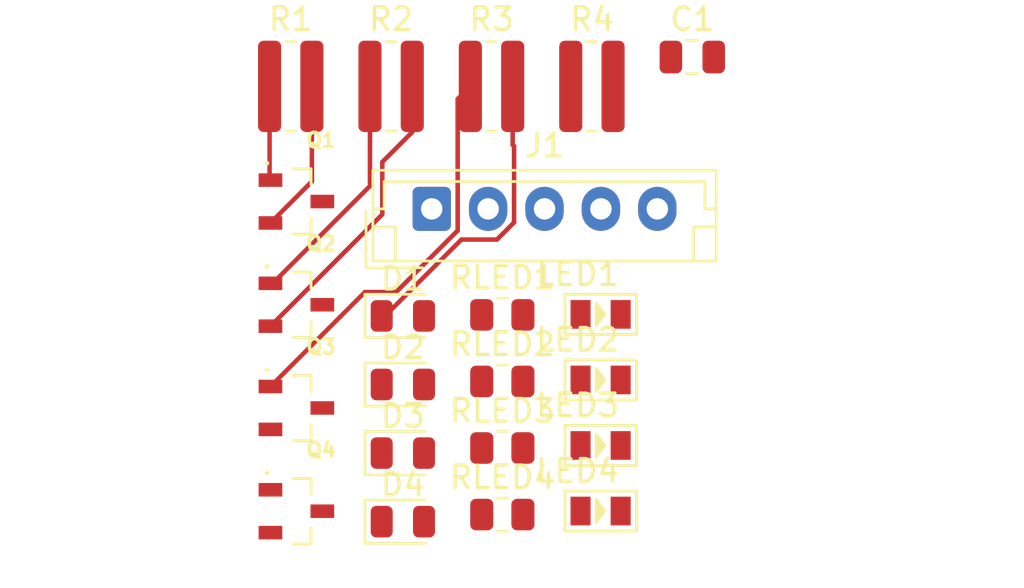
<source format=kicad_pcb>
(kicad_pcb (version 20240108) (generator "pcbnew") (generator_version "8.0")
  (layers (0 "F.Cu" signal) (31 "B.Cu" signal) (34 "B.Paste" user) (35 "F.Paste" user) (36 "B.SilkS" user "B.Silkscreen") (37 "F.SilkS" user "F.Silkscreen") (38 "B.Mask" user) (39 "F.Mask" user) (44 "Edge.Cuts" user))
  (net 0 "")
  (net 1 "Net-(D1-+)")
  (net 2 "V6")
  (net 3 "Net-(D1--)")
  (net 4 "Net-(D2--)")
  (net 5 "Net-(D3--)")
  (net 6 "Net-(D4--)")
  (net 7 "Net-(LED1--)")
  (net 8 "IN1")
  (net 9 "Net-(LED2--)")
  (net 10 "IN2")
  (net 11 "Net-(LED3--)")
  (net 12 "IN3")
  (net 13 "IN4")
  (net 14 "Net-(LED4--)")
  (footprint "Resistor_SMD:R_0815_2038Metric" (layer "F.Cu") (at 37.8514 32.6887)
    (property "Reference" "R1" (at 0 -2.98 0) (layer "F.SilkS"))
    (property "Value" "SMD-RES-4.7K-5%-1_8W_0805_")
    (fp_line (start -0.210242 -1.985) (end 0.210242 -1.985) (stroke (width 0.12)) (layer "F.SilkS"))
    (fp_line (start -0.210242 1.985) (end 0.210242 1.985) (stroke (width 0.12)) (layer "F.SilkS"))
    (pad "1" smd roundrect (at -0.9375 0) (size 1.025 4.05) (layers "F.Cu" "F.Paste" "F.Mask") (roundrect_rratio 0.243902) (net 8 "IN1"))
    (pad "2" smd roundrect (at 0.9375 0) (size 1.025 4.05) (layers "F.Cu" "F.Paste" "F.Mask") (roundrect_rratio 0.243902) (net 1 "Net-(D1-+)"))
  )
  (footprint "Library:LED-0805" (layer "F.Cu") (at 51.5874 45.7012)
    (property "Reference" "LED2" (at -1.016 -1.778 0) (layer "F.SilkS"))
    (property "Value" "SMD-LED-CLEAR-RED_0805_")
    (fp_line (start -1.5875 -0.889) (end 1.5875 -0.889) (stroke (width 0.06604)) (layer "F.SilkS"))
    (fp_line (start -1.5875 -0.889) (end 1.5875 -0.889) (stroke (width 0.127)) (layer "F.SilkS"))
    (fp_line (start -1.5875 0.889) (end -1.5875 -0.889) (stroke (width 0.06604)) (layer "F.SilkS"))
    (fp_line (start -1.5875 0.889) (end -1.5875 -0.889) (stroke (width 0.127)) (layer "F.SilkS"))
    (fp_line (start -1.5875 0.889) (end 1.5875 0.889) (stroke (width 0.06604)) (layer "F.SilkS"))
    (fp_line (start -0.1905 -0.508) (end -0.1905 -0.254) (stroke (width 0.127)) (layer "F.SilkS"))
    (fp_line (start -0.1905 -0.508) (end 0.127 0.0635) (stroke (width 0.127)) (layer "F.SilkS"))
    (fp_line (start -0.1905 -0.254) (end -0.1905 0) (stroke (width 0.127)) (layer "F.SilkS"))
    (fp_line (start -0.1905 -0.254) (end 0.0635 0.127) (stroke (width 0.127)) (layer "F.SilkS"))
    (fp_line (start -0.1905 0) (end -0.1905 0.254) (stroke (width 0.127)) (layer "F.SilkS"))
    (fp_line (start -0.1905 0) (end 0 0.254) (stroke (width 0.127)) (layer "F.SilkS"))
    (fp_line (start -0.1905 0.254) (end -0.1905 0.508) (stroke (width 0.127)) (layer "F.SilkS"))
    (fp_line (start -0.1905 0.508) (end 0 0.254) (stroke (width 0.127)) (layer "F.SilkS"))
    (fp_line (start 0 0.254) (end -0.1905 0.254) (stroke (width 0.127)) (layer "F.SilkS"))
    (fp_line (start 0 0.254) (end 0.1905 0) (stroke (width 0.127)) (layer "F.SilkS"))
    (fp_line (start 0.0635 0.127) (end -0.1905 0) (stroke (width 0.127)) (layer "F.SilkS"))
    (fp_line (start 0.127 0.0635) (end -0.1905 -0.254) (stroke (width 0.127)) (layer "F.SilkS"))
    (fp_line (start 0.1905 0) (end -0.1905 -0.508) (stroke (width 0.127)) (layer "F.SilkS"))
    (fp_line (start 1.5875 -0.889) (end 1.5875 0.889) (stroke (width 0.127)) (layer "F.SilkS"))
    (fp_line (start 1.5875 0.889) (end -1.5875 0.889) (stroke (width 0.127)) (layer "F.SilkS"))
    (fp_line (start 1.5875 0.889) (end 1.5875 -0.889) (stroke (width 0.06604)) (layer "F.SilkS"))
    (pad "1" smd rect (at -0.889 0) (size 0.889 1.27) (layers "F.Cu" "F.Paste" "F.Mask") (net 10 "IN2"))
    (pad "2" smd rect (at 0.889 0) (size 0.889 1.27) (layers "F.Cu" "F.Paste" "F.Mask") (net 9 "Net-(LED2--)"))
  )
  (footprint "Diode_SMD:D_0805_2012Metric" (layer "F.Cu") (at 42.8214 51.9837)
    (property "Reference" "D4" (at 0 -1.65 0) (layer "F.SilkS"))
    (property "Value" "SMD-DIODE-SCHOTTKY-20V-1A_SOD-123_")
    (fp_line (start -1.685 -0.96) (end -1.685 0.96) (stroke (width 0.12)) (layer "F.SilkS"))
    (fp_line (start -1.685 0.96) (end 1 0.96) (stroke (width 0.12)) (layer "F.SilkS"))
    (fp_line (start 1 -0.96) (end -1.685 -0.96) (stroke (width 0.12)) (layer "F.SilkS"))
    (pad "1" smd roundrect (at -0.9375 0) (size 0.975 1.4) (layers "F.Cu" "F.Paste" "F.Mask") (net 1 "Net-(D1-+)"))
    (pad "2" smd roundrect (at 0.9375 0) (size 0.975 1.4) (layers "F.Cu" "F.Paste" "F.Mask") (net 6 "Net-(D4--)"))
  )
  (footprint "Library:LED-0805" (layer "F.Cu") (at 51.5874 48.6062)
    (property "Reference" "LED3" (at -1.016 -1.778 0) (layer "F.SilkS"))
    (property "Value" "SMD-LED-CLEAR-RED_0805_")
    (fp_line (start -1.5875 -0.889) (end 1.5875 -0.889) (stroke (width 0.06604)) (layer "F.SilkS"))
    (fp_line (start -1.5875 -0.889) (end 1.5875 -0.889) (stroke (width 0.127)) (layer "F.SilkS"))
    (fp_line (start -1.5875 0.889) (end -1.5875 -0.889) (stroke (width 0.06604)) (layer "F.SilkS"))
    (fp_line (start -1.5875 0.889) (end -1.5875 -0.889) (stroke (width 0.127)) (layer "F.SilkS"))
    (fp_line (start -1.5875 0.889) (end 1.5875 0.889) (stroke (width 0.06604)) (layer "F.SilkS"))
    (fp_line (start -0.1905 -0.508) (end -0.1905 -0.254) (stroke (width 0.127)) (layer "F.SilkS"))
    (fp_line (start -0.1905 -0.508) (end 0.127 0.0635) (stroke (width 0.127)) (layer "F.SilkS"))
    (fp_line (start -0.1905 -0.254) (end -0.1905 0) (stroke (width 0.127)) (layer "F.SilkS"))
    (fp_line (start -0.1905 -0.254) (end 0.0635 0.127) (stroke (width 0.127)) (layer "F.SilkS"))
    (fp_line (start -0.1905 0) (end -0.1905 0.254) (stroke (width 0.127)) (layer "F.SilkS"))
    (fp_line (start -0.1905 0) (end 0 0.254) (stroke (width 0.127)) (layer "F.SilkS"))
    (fp_line (start -0.1905 0.254) (end -0.1905 0.508) (stroke (width 0.127)) (layer "F.SilkS"))
    (fp_line (start -0.1905 0.508) (end 0 0.254) (stroke (width 0.127)) (layer "F.SilkS"))
    (fp_line (start 0 0.254) (end -0.1905 0.254) (stroke (width 0.127)) (layer "F.SilkS"))
    (fp_line (start 0 0.254) (end 0.1905 0) (stroke (width 0.127)) (layer "F.SilkS"))
    (fp_line (start 0.0635 0.127) (end -0.1905 0) (stroke (width 0.127)) (layer "F.SilkS"))
    (fp_line (start 0.127 0.0635) (end -0.1905 -0.254) (stroke (width 0.127)) (layer "F.SilkS"))
    (fp_line (start 0.1905 0) (end -0.1905 -0.508) (stroke (width 0.127)) (layer "F.SilkS"))
    (fp_line (start 1.5875 -0.889) (end 1.5875 0.889) (stroke (width 0.127)) (layer "F.SilkS"))
    (fp_line (start 1.5875 0.889) (end -1.5875 0.889) (stroke (width 0.127)) (layer "F.SilkS"))
    (fp_line (start 1.5875 0.889) (end 1.5875 -0.889) (stroke (width 0.06604)) (layer "F.SilkS"))
    (pad "1" smd rect (at -0.889 0) (size 0.889 1.27) (layers "F.Cu" "F.Paste" "F.Mask") (net 12 "IN3"))
    (pad "2" smd rect (at 0.889 0) (size 0.889 1.27) (layers "F.Cu" "F.Paste" "F.Mask") (net 11 "Net-(LED3--)"))
  )
  (footprint "Library:SOT95P240X115-3N" (layer "F.Cu") (at 38.1018 37.7937)
    (property "Reference" "Q1" (at 1.097817 -2.713423 0) (layer "F.SilkS") (effects (font (size 0.640476 0.640476))))
    (property "Value" "SMD-MOSFET-N-CH-20V-2.1A-CJ2302_SOT-23_")
    (fp_line (start 0.65 -1.45) (end -0.15 -1.45) (stroke (width 0.127)) (layer "F.SilkS"))
    (fp_line (start 0.65 -1.45) (end 0.65 -0.75) (stroke (width 0.127)) (layer "F.SilkS"))
    (fp_line (start 0.65 1.45) (end -0.15 1.45) (stroke (width 0.127)) (layer "F.SilkS"))
    (fp_line (start 0.65 1.45) (end 0.65 0.75) (stroke (width 0.127)) (layer "F.SilkS"))
    (fp_circle (center -1.3 -1.7) (end -1.2 -1.7) (fill solid) (layer "F.SilkS"))
    (pad "1" smd rect (at -1.15 -0.95) (size 1.05 0.6) (layers "F.Cu" "F.Paste" "F.Mask") (net 8 "IN1"))
    (pad "2" smd rect (at -1.15 0.95) (size 1.05 0.6) (layers "F.Cu" "F.Paste" "F.Mask") (net 1 "Net-(D1-+)"))
    (pad "3" smd rect (at 1.15 0) (size 1.05 0.6) (layers "F.Cu" "F.Paste" "F.Mask") (net 3 "Net-(D1--)"))
  )
  (footprint "Resistor_SMD:R_0805_2012Metric" (layer "F.Cu") (at 47.2314 45.7687)
    (property "Reference" "RLED2" (at 0 -1.65 0) (layer "F.SilkS"))
    (property "Value" "SMD-RES-220R-5%-1_8W_0805_")
    (fp_line (start -0.227064 -0.735) (end 0.227064 -0.735) (stroke (width 0.12)) (layer "F.SilkS"))
    (fp_line (start -0.227064 0.735) (end 0.227064 0.735) (stroke (width 0.12)) (layer "F.SilkS"))
    (pad "1" smd roundrect (at -0.9125 0) (size 1.025 1.4) (layers "F.Cu" "F.Paste" "F.Mask") (roundrect_rratio 0.243902) (net 9 "Net-(LED2--)"))
    (pad "2" smd roundrect (at 0.9125 0) (size 1.025 1.4) (layers "F.Cu" "F.Paste" "F.Mask") (roundrect_rratio 0.243902) (net 1 "Net-(D1-+)"))
  )
  (footprint "Resistor_SMD:R_0815_2038Metric" (layer "F.Cu") (at 42.3014 32.6887)
    (property "Reference" "R2" (at 0 -2.98 0) (layer "F.SilkS"))
    (property "Value" "SMD-RES-4.7K-5%-1_8W_0805_")
    (fp_line (start -0.210242 -1.985) (end 0.210242 -1.985) (stroke (width 0.12)) (layer "F.SilkS"))
    (fp_line (start -0.210242 1.985) (end 0.210242 1.985) (stroke (width 0.12)) (layer "F.SilkS"))
    (pad "1" smd roundrect (at -0.9375 0) (size 1.025 4.05) (layers "F.Cu" "F.Paste" "F.Mask") (roundrect_rratio 0.243902) (net 10 "IN2"))
    (pad "2" smd roundrect (at 0.9375 0) (size 1.025 4.05) (layers "F.Cu" "F.Paste" "F.Mask") (roundrect_rratio 0.243902) (net 1 "Net-(D1-+)"))
  )
  (footprint "Library:SOT95P240X115-3N" (layer "F.Cu") (at 38.1018 46.9445)
    (property "Reference" "Q3" (at 1.097817 -2.713423 0) (layer "F.SilkS") (effects (font (size 0.640476 0.640476))))
    (property "Value" "SMD-MOSFET-N-CH-20V-2.1A-CJ2302_SOT-23_")
    (fp_line (start 0.65 -1.45) (end -0.15 -1.45) (stroke (width 0.127)) (layer "F.SilkS"))
    (fp_line (start 0.65 -1.45) (end 0.65 -0.75) (stroke (width 0.127)) (layer "F.SilkS"))
    (fp_line (start 0.65 1.45) (end -0.15 1.45) (stroke (width 0.127)) (layer "F.SilkS"))
    (fp_line (start 0.65 1.45) (end 0.65 0.75) (stroke (width 0.127)) (layer "F.SilkS"))
    (fp_circle (center -1.3 -1.7) (end -1.2 -1.7) (fill solid) (layer "F.SilkS"))
    (pad "1" smd rect (at -1.15 -0.95) (size 1.05 0.6) (layers "F.Cu" "F.Paste" "F.Mask") (net 12 "IN3"))
    (pad "2" smd rect (at -1.15 0.95) (size 1.05 0.6) (layers "F.Cu" "F.Paste" "F.Mask") (net 1 "Net-(D1-+)"))
    (pad "3" smd rect (at 1.15 0) (size 1.05 0.6) (layers "F.Cu" "F.Paste" "F.Mask") (net 5 "Net-(D3--)"))
  )
  (footprint "Connector_JST:JST_EH_B5B-EH-A_1x05_P2.50mm_Vertical" (layer "F.Cu") (at 44.1014 38.1187)
    (property "Reference" "J1" (at 5 -2.8 0) (layer "F.SilkS"))
    (property "Value" "Step Motor")
    (fp_line (start -2.91 0.11) (end -2.91 2.61) (stroke (width 0.12)) (layer "F.SilkS"))
    (fp_line (start -2.91 2.61) (end -0.41 2.61) (stroke (width 0.12)) (layer "F.SilkS"))
    (fp_line (start -2.61 -1.71) (end -2.61 2.31) (stroke (width 0.12)) (layer "F.SilkS"))
    (fp_line (start -2.61 0) (end -2.11 0) (stroke (width 0.12)) (layer "F.SilkS"))
    (fp_line (start -2.61 0.81) (end -1.61 0.81) (stroke (width 0.12)) (layer "F.SilkS"))
    (fp_line (start -2.61 2.31) (end 12.61 2.31) (stroke (width 0.12)) (layer "F.SilkS"))
    (fp_line (start -2.11 -1.21) (end 12.11 -1.21) (stroke (width 0.12)) (layer "F.SilkS"))
    (fp_line (start -2.11 0) (end -2.11 -1.21) (stroke (width 0.12)) (layer "F.SilkS"))
    (fp_line (start -1.61 0.81) (end -1.61 2.31) (stroke (width 0.12)) (layer "F.SilkS"))
    (fp_line (start 11.61 0.81) (end 11.61 2.31) (stroke (width 0.12)) (layer "F.SilkS"))
    (fp_line (start 12.11 -1.21) (end 12.11 0) (stroke (width 0.12)) (layer "F.SilkS"))
    (fp_line (start 12.11 0) (end 12.61 0) (stroke (width 0.12)) (layer "F.SilkS"))
    (fp_line (start 12.61 -1.71) (end -2.61 -1.71) (stroke (width 0.12)) (layer "F.SilkS"))
    (fp_line (start 12.61 0.81) (end 11.61 0.81) (stroke (width 0.12)) (layer "F.SilkS"))
    (fp_line (start 12.61 2.31) (end 12.61 -1.71) (stroke (width 0.12)) (layer "F.SilkS"))
    (pad "1" thru_hole roundrect (at 0 0) (size 1.7 1.95) (drill 0.95) (layers "*.Cu" "*.Mask") (roundrect_rratio 0.147059) (net 6 "Net-(D4--)"))
    (pad "2" thru_hole oval (at 2.5 0) (size 1.7 1.95) (drill 0.95) (layers "*.Cu" "*.Mask") (net 5 "Net-(D3--)"))
    (pad "3" thru_hole oval (at 5 0) (size 1.7 1.95) (drill 0.95) (layers "*.Cu" "*.Mask") (net 4 "Net-(D2--)"))
    (pad "4" thru_hole oval (at 7.5 0) (size 1.7 1.95) (drill 0.95) (layers "*.Cu" "*.Mask") (net 3 "Net-(D1--)"))
    (pad "5" thru_hole oval (at 10 0) (size 1.7 1.95) (drill 0.95) (layers "*.Cu" "*.Mask") (net 2 "V6"))
  )
  (footprint "Resistor_SMD:R_0815_2038Metric" (layer "F.Cu") (at 51.2014 32.6887)
    (property "Reference" "R4" (at 0 -2.98 0) (layer "F.SilkS"))
    (property "Value" "SMD-RES-4.7K-5%-1_8W_0805_")
    (fp_line (start -0.210242 -1.985) (end 0.210242 -1.985) (stroke (width 0.12)) (layer "F.SilkS"))
    (fp_line (start -0.210242 1.985) (end 0.210242 1.985) (stroke (width 0.12)) (layer "F.SilkS"))
    (pad "1" smd roundrect (at -0.9375 0) (size 1.025 4.05) (layers "F.Cu" "F.Paste" "F.Mask") (roundrect_rratio 0.243902) (net 13 "IN4"))
    (pad "2" smd roundrect (at 0.9375 0) (size 1.025 4.05) (layers "F.Cu" "F.Paste" "F.Mask") (roundrect_rratio 0.243902) (net 1 "Net-(D1-+)"))
  )
  (footprint "Library:SOT95P240X115-3N" (layer "F.Cu") (at 38.1018 42.3691)
    (property "Reference" "Q2" (at 1.097817 -2.713423 0) (layer "F.SilkS") (effects (font (size 0.640476 0.640476))))
    (property "Value" "SMD-MOSFET-N-CH-20V-2.1A-CJ2302_SOT-23_")
    (fp_line (start 0.65 -1.45) (end -0.15 -1.45) (stroke (width 0.127)) (layer "F.SilkS"))
    (fp_line (start 0.65 -1.45) (end 0.65 -0.75) (stroke (width 0.127)) (layer "F.SilkS"))
    (fp_line (start 0.65 1.45) (end -0.15 1.45) (stroke (width 0.127)) (layer "F.SilkS"))
    (fp_line (start 0.65 1.45) (end 0.65 0.75) (stroke (width 0.127)) (layer "F.SilkS"))
    (fp_circle (center -1.3 -1.7) (end -1.2 -1.7) (fill solid) (layer "F.SilkS"))
    (pad "1" smd rect (at -1.15 -0.95) (size 1.05 0.6) (layers "F.Cu" "F.Paste" "F.Mask") (net 10 "IN2"))
    (pad "2" smd rect (at -1.15 0.95) (size 1.05 0.6) (layers "F.Cu" "F.Paste" "F.Mask") (net 1 "Net-(D1-+)"))
    (pad "3" smd rect (at 1.15 0) (size 1.05 0.6) (layers "F.Cu" "F.Paste" "F.Mask") (net 4 "Net-(D2--)"))
  )
  (footprint "Library:LED-0805" (layer "F.Cu") (at 51.5874 51.5112)
    (property "Reference" "LED4" (at -1.016 -1.778 0) (layer "F.SilkS"))
    (property "Value" "SMD-LED-CLEAR-RED_0805_")
    (fp_line (start -1.5875 -0.889) (end 1.5875 -0.889) (stroke (width 0.06604)) (layer "F.SilkS"))
    (fp_line (start -1.5875 -0.889) (end 1.5875 -0.889) (stroke (width 0.127)) (layer "F.SilkS"))
    (fp_line (start -1.5875 0.889) (end -1.5875 -0.889) (stroke (width 0.06604)) (layer "F.SilkS"))
    (fp_line (start -1.5875 0.889) (end -1.5875 -0.889) (stroke (width 0.127)) (layer "F.SilkS"))
    (fp_line (start -1.5875 0.889) (end 1.5875 0.889) (stroke (width 0.06604)) (layer "F.SilkS"))
    (fp_line (start -0.1905 -0.508) (end -0.1905 -0.254) (stroke (width 0.127)) (layer "F.SilkS"))
    (fp_line (start -0.1905 -0.508) (end 0.127 0.0635) (stroke (width 0.127)) (layer "F.SilkS"))
    (fp_line (start -0.1905 -0.254) (end -0.1905 0) (stroke (width 0.127)) (layer "F.SilkS"))
    (fp_line (start -0.1905 -0.254) (end 0.0635 0.127) (stroke (width 0.127)) (layer "F.SilkS"))
    (fp_line (start -0.1905 0) (end -0.1905 0.254) (stroke (width 0.127)) (layer "F.SilkS"))
    (fp_line (start -0.1905 0) (end 0 0.254) (stroke (width 0.127)) (layer "F.SilkS"))
    (fp_line (start -0.1905 0.254) (end -0.1905 0.508) (stroke (width 0.127)) (layer "F.SilkS"))
    (fp_line (start -0.1905 0.508) (end 0 0.254) (stroke (width 0.127)) (layer "F.SilkS"))
    (fp_line (start 0 0.254) (end -0.1905 0.254) (stroke (width 0.127)) (layer "F.SilkS"))
    (fp_line (start 0 0.254) (end 0.1905 0) (stroke (width 0.127)) (layer "F.SilkS"))
    (fp_line (start 0.0635 0.127) (end -0.1905 0) (stroke (width 0.127)) (layer "F.SilkS"))
    (fp_line (start 0.127 0.0635) (end -0.1905 -0.254) (stroke (width 0.127)) (layer "F.SilkS"))
    (fp_line (start 0.1905 0) (end -0.1905 -0.508) (stroke (width 0.127)) (layer "F.SilkS"))
    (fp_line (start 1.5875 -0.889) (end 1.5875 0.889) (stroke (width 0.127)) (layer "F.SilkS"))
    (fp_line (start 1.5875 0.889) (end -1.5875 0.889) (stroke (width 0.127)) (layer "F.SilkS"))
    (fp_line (start 1.5875 0.889) (end 1.5875 -0.889) (stroke (width 0.06604)) (layer "F.SilkS"))
    (pad "1" smd rect (at -0.889 0) (size 0.889 1.27) (layers "F.Cu" "F.Paste" "F.Mask") (net 13 "IN4"))
    (pad "2" smd rect (at 0.889 0) (size 0.889 1.27) (layers "F.Cu" "F.Paste" "F.Mask") (net 14 "Net-(LED4--)"))
  )
  (footprint "Diode_SMD:D_0805_2012Metric" (layer "F.Cu") (at 42.8214 45.9037)
    (property "Reference" "D2" (at 0 -1.65 0) (layer "F.SilkS"))
    (property "Value" "SMD-DIODE-SCHOTTKY-20V-1A_SOD-123_")
    (fp_line (start -1.685 -0.96) (end -1.685 0.96) (stroke (width 0.12)) (layer "F.SilkS"))
    (fp_line (start -1.685 0.96) (end 1 0.96) (stroke (width 0.12)) (layer "F.SilkS"))
    (fp_line (start 1 -0.96) (end -1.685 -0.96) (stroke (width 0.12)) (layer "F.SilkS"))
    (pad "1" smd roundrect (at -0.9375 0) (size 0.975 1.4) (layers "F.Cu" "F.Paste" "F.Mask") (net 1 "Net-(D1-+)"))
    (pad "2" smd roundrect (at 0.9375 0) (size 0.975 1.4) (layers "F.Cu" "F.Paste" "F.Mask") (net 4 "Net-(D2--)"))
  )
  (footprint "Library:LED-0805" (layer "F.Cu") (at 51.5874 42.7962)
    (property "Reference" "LED1" (at -1.016 -1.778 0) (layer "F.SilkS"))
    (property "Value" "SMD-LED-CLEAR-RED_0805_")
    (fp_line (start -1.5875 -0.889) (end 1.5875 -0.889) (stroke (width 0.06604)) (layer "F.SilkS"))
    (fp_line (start -1.5875 -0.889) (end 1.5875 -0.889) (stroke (width 0.127)) (layer "F.SilkS"))
    (fp_line (start -1.5875 0.889) (end -1.5875 -0.889) (stroke (width 0.06604)) (layer "F.SilkS"))
    (fp_line (start -1.5875 0.889) (end -1.5875 -0.889) (stroke (width 0.127)) (layer "F.SilkS"))
    (fp_line (start -1.5875 0.889) (end 1.5875 0.889) (stroke (width 0.06604)) (layer "F.SilkS"))
    (fp_line (start -0.1905 -0.508) (end -0.1905 -0.254) (stroke (width 0.127)) (layer "F.SilkS"))
    (fp_line (start -0.1905 -0.508) (end 0.127 0.0635) (stroke (width 0.127)) (layer "F.SilkS"))
    (fp_line (start -0.1905 -0.254) (end -0.1905 0) (stroke (width 0.127)) (layer "F.SilkS"))
    (fp_line (start -0.1905 -0.254) (end 0.0635 0.127) (stroke (width 0.127)) (layer "F.SilkS"))
    (fp_line (start -0.1905 0) (end -0.1905 0.254) (stroke (width 0.127)) (layer "F.SilkS"))
    (fp_line (start -0.1905 0) (end 0 0.254) (stroke (width 0.127)) (layer "F.SilkS"))
    (fp_line (start -0.1905 0.254) (end -0.1905 0.508) (stroke (width 0.127)) (layer "F.SilkS"))
    (fp_line (start -0.1905 0.508) (end 0 0.254) (stroke (width 0.127)) (layer "F.SilkS"))
    (fp_line (start 0 0.254) (end -0.1905 0.254) (stroke (width 0.127)) (layer "F.SilkS"))
    (fp_line (start 0 0.254) (end 0.1905 0) (stroke (width 0.127)) (layer "F.SilkS"))
    (fp_line (start 0.0635 0.127) (end -0.1905 0) (stroke (width 0.127)) (layer "F.SilkS"))
    (fp_line (start 0.127 0.0635) (end -0.1905 -0.254) (stroke (width 0.127)) (layer "F.SilkS"))
    (fp_line (start 0.1905 0) (end -0.1905 -0.508) (stroke (width 0.127)) (layer "F.SilkS"))
    (fp_line (start 1.5875 -0.889) (end 1.5875 0.889) (stroke (width 0.127)) (layer "F.SilkS"))
    (fp_line (start 1.5875 0.889) (end -1.5875 0.889) (stroke (width 0.127)) (layer "F.SilkS"))
    (fp_line (start 1.5875 0.889) (end 1.5875 -0.889) (stroke (width 0.06604)) (layer "F.SilkS"))
    (pad "1" smd rect (at -0.889 0) (size 0.889 1.27) (layers "F.Cu" "F.Paste" "F.Mask") (net 8 "IN1"))
    (pad "2" smd rect (at 0.889 0) (size 0.889 1.27) (layers "F.Cu" "F.Paste" "F.Mask") (net 7 "Net-(LED1--)"))
  )
  (footprint "Resistor_SMD:R_0805_2012Metric" (layer "F.Cu") (at 47.2314 48.7187)
    (property "Reference" "RLED3" (at 0 -1.65 0) (layer "F.SilkS"))
    (property "Value" "SMD-RES-220R-5%-1_8W_0805_")
    (fp_line (start -0.227064 -0.735) (end 0.227064 -0.735) (stroke (width 0.12)) (layer "F.SilkS"))
    (fp_line (start -0.227064 0.735) (end 0.227064 0.735) (stroke (width 0.12)) (layer "F.SilkS"))
    (pad "1" smd roundrect (at -0.9125 0) (size 1.025 1.4) (layers "F.Cu" "F.Paste" "F.Mask") (roundrect_rratio 0.243902) (net 11 "Net-(LED3--)"))
    (pad "2" smd roundrect (at 0.9125 0) (size 1.025 1.4) (layers "F.Cu" "F.Paste" "F.Mask") (roundrect_rratio 0.243902) (net 1 "Net-(D1-+)"))
  )
  (footprint "Resistor_SMD:R_0805_2012Metric" (layer "F.Cu") (at 47.2314 51.6687)
    (property "Reference" "RLED4" (at 0 -1.65 0) (layer "F.SilkS"))
    (property "Value" "SMD-RES-220R-5%-1_8W_0805_")
    (fp_line (start -0.227064 -0.735) (end 0.227064 -0.735) (stroke (width 0.12)) (layer "F.SilkS"))
    (fp_line (start -0.227064 0.735) (end 0.227064 0.735) (stroke (width 0.12)) (layer "F.SilkS"))
    (pad "1" smd roundrect (at -0.9125 0) (size 1.025 1.4) (layers "F.Cu" "F.Paste" "F.Mask") (roundrect_rratio 0.243902) (net 14 "Net-(LED4--)"))
    (pad "2" smd roundrect (at 0.9125 0) (size 1.025 1.4) (layers "F.Cu" "F.Paste" "F.Mask") (roundrect_rratio 0.243902) (net 1 "Net-(D1-+)"))
  )
  (footprint "Diode_SMD:D_0805_2012Metric" (layer "F.Cu") (at 42.8214 42.8637)
    (property "Reference" "D1" (at 0 -1.65 0) (layer "F.SilkS"))
    (property "Value" "SMD-DIODE-SCHOTTKY-20V-1A_SOD-123_")
    (fp_line (start -1.685 -0.96) (end -1.685 0.96) (stroke (width 0.12)) (layer "F.SilkS"))
    (fp_line (start -1.685 0.96) (end 1 0.96) (stroke (width 0.12)) (layer "F.SilkS"))
    (fp_line (start 1 -0.96) (end -1.685 -0.96) (stroke (width 0.12)) (layer "F.SilkS"))
    (pad "1" smd roundrect (at -0.9375 0) (size 0.975 1.4) (layers "F.Cu" "F.Paste" "F.Mask") (net 1 "Net-(D1-+)"))
    (pad "2" smd roundrect (at 0.9375 0) (size 0.975 1.4) (layers "F.Cu" "F.Paste" "F.Mask") (net 3 "Net-(D1--)"))
  )
  (footprint "Resistor_SMD:R_0805_2012Metric" (layer "F.Cu") (at 47.2314 42.8187)
    (property "Reference" "RLED1" (at 0 -1.65 0) (layer "F.SilkS"))
    (property "Value" "SMD-RES-220R-5%-1_8W_0805_")
    (fp_line (start -0.227064 -0.735) (end 0.227064 -0.735) (stroke (width 0.12)) (layer "F.SilkS"))
    (fp_line (start -0.227064 0.735) (end 0.227064 0.735) (stroke (width 0.12)) (layer "F.SilkS"))
    (pad "1" smd roundrect (at -0.9125 0) (size 1.025 1.4) (layers "F.Cu" "F.Paste" "F.Mask") (roundrect_rratio 0.243902) (net 7 "Net-(LED1--)"))
    (pad "2" smd roundrect (at 0.9125 0) (size 1.025 1.4) (layers "F.Cu" "F.Paste" "F.Mask") (roundrect_rratio 0.243902) (net 1 "Net-(D1-+)"))
  )
  (footprint "Resistor_SMD:R_0815_2038Metric" (layer "F.Cu") (at 46.7514 32.6887)
    (property "Reference" "R3" (at 0 -2.98 0) (layer "F.SilkS"))
    (property "Value" "SMD-RES-4.7K-5%-1_8W_0805_")
    (fp_line (start -0.210242 -1.985) (end 0.210242 -1.985) (stroke (width 0.12)) (layer "F.SilkS"))
    (fp_line (start -0.210242 1.985) (end 0.210242 1.985) (stroke (width 0.12)) (layer "F.SilkS"))
    (pad "1" smd roundrect (at -0.9375 0) (size 1.025 4.05) (layers "F.Cu" "F.Paste" "F.Mask") (roundrect_rratio 0.243902) (net 12 "IN3"))
    (pad "2" smd roundrect (at 0.9375 0) (size 1.025 4.05) (layers "F.Cu" "F.Paste" "F.Mask") (roundrect_rratio 0.243902) (net 1 "Net-(D1-+)"))
  )
  (footprint "Capacitor_SMD:C_0805_2012Metric" (layer "F.Cu") (at 55.6514 31.3887)
    (property "Reference" "C1" (at 0 -1.68 0) (layer "F.SilkS"))
    (property "Value" "CERAMIC-10UF-10V-10%-X7R_0805_")
    (fp_line (start -0.261252 -0.735) (end 0.261252 -0.735) (stroke (width 0.12)) (layer "F.SilkS"))
    (fp_line (start -0.261252 0.735) (end 0.261252 0.735) (stroke (width 0.12)) (layer "F.SilkS"))
    (pad "1" smd roundrect (at -0.95 0) (size 1 1.45) (layers "F.Cu" "F.Paste" "F.Mask") (net 2 "V6"))
    (pad "2" smd roundrect (at 0.95 0) (size 1 1.45) (layers "F.Cu" "F.Paste" "F.Mask") (net 1 "Net-(D1-+)"))
  )
  (footprint "Library:SOT95P240X115-3N" (layer "F.Cu") (at 38.1018 51.5199)
    (property "Reference" "Q4" (at 1.097817 -2.713423 0) (layer "F.SilkS") (effects (font (size 0.640476 0.640476))))
    (property "Value" "SMD-MOSFET-N-CH-20V-2.1A-CJ2302_SOT-23_")
    (fp_line (start 0.65 -1.45) (end -0.15 -1.45) (stroke (width 0.127)) (layer "F.SilkS"))
    (fp_line (start 0.65 -1.45) (end 0.65 -0.75) (stroke (width 0.127)) (layer "F.SilkS"))
    (fp_line (start 0.65 1.45) (end -0.15 1.45) (stroke (width 0.127)) (layer "F.SilkS"))
    (fp_line (start 0.65 1.45) (end 0.65 0.75) (stroke (width 0.127)) (layer "F.SilkS"))
    (fp_circle (center -1.3 -1.7) (end -1.2 -1.7) (fill solid) (layer "F.SilkS"))
    (pad "1" smd rect (at -1.15 -0.95) (size 1.05 0.6) (layers "F.Cu" "F.Paste" "F.Mask") (net 13 "IN4"))
    (pad "2" smd rect (at -1.15 0.95) (size 1.05 0.6) (layers "F.Cu" "F.Paste" "F.Mask") (net 1 "Net-(D1-+)"))
    (pad "3" smd rect (at 1.15 0) (size 1.05 0.6) (layers "F.Cu" "F.Paste" "F.Mask") (net 6 "Net-(D4--)"))
  )
  (footprint "Diode_SMD:D_0805_2012Metric" (layer "F.Cu") (at 42.8214 48.9437)
    (property "Reference" "D3" (at 0 -1.65 0) (layer "F.SilkS"))
    (property "Value" "SMD-DIODE-SCHOTTKY-20V-1A_SOD-123_")
    (fp_line (start -1.685 -0.96) (end -1.685 0.96) (stroke (width 0.12)) (layer "F.SilkS"))
    (fp_line (start -1.685 0.96) (end 1 0.96) (stroke (width 0.12)) (layer "F.SilkS"))
    (fp_line (start 1 -0.96) (end -1.685 -0.96) (stroke (width 0.12)) (layer "F.SilkS"))
    (pad "1" smd roundrect (at -0.9375 0) (size 0.975 1.4) (layers "F.Cu" "F.Paste" "F.Mask") (net 1 "Net-(D1-+)"))
    (pad "2" smd roundrect (at 0.9375 0) (size 0.975 1.4) (layers "F.Cu" "F.Paste" "F.Mask") (net 5 "Net-(D3--)"))
  )
  (segment (start 42.031829 42.8637) (end 41.8839 42.8637) (width 0.2) (layer "F.Cu") (net 1))
  (segment (start 47.6889 35.279854) (end 47.7514 35.342354) (width 0.2) (layer "F.Cu") (net 1))
  (segment (start 41.91 36.0426) (end 41.91 38.3609) (width 0.2) (layer "F.Cu") (net 1))
  (segment (start 46.993002 39.478444) (end 45.417085 39.478444) (width 0.2) (layer "F.Cu") (net 1))
  (segment (start 38.7889 36.9066) (end 36.9518 38.7437) (width 0.2) (layer "F.Cu") (net 1))
  (segment (start 43.2389 34.7137) (end 41.91 36.0426) (width 0.2) (layer "F.Cu") (net 1))
  (segment (start 47.7514 35.342354) (end 47.7514 38.720046) (width 0.2) (layer "F.Cu") (net 1))
  (segment (start 38.7889 32.6887) (end 38.7889 36.9066) (width 0.2) (layer "F.Cu") (net 1))
  (segment (start 47.6889 32.6887) (end 47.6889 35.279854) (width 0.2) (layer "F.Cu") (net 1))
  (segment (start 47.7514 38.720046) (end 46.993002 39.478444) (width 0.2) (layer "F.Cu") (net 1))
  (segment (start 43.2389 32.6887) (end 43.2389 34.7137) (width 0.2) (layer "F.Cu") (net 1))
  (segment (start 45.417085 39.478444) (end 42.031829 42.8637) (width 0.2) (layer "F.Cu") (net 1))
  (segment (start 41.91 38.3609) (end 36.9518 43.3191) (width 0.2) (layer "F.Cu") (net 1))
  (segment (start 36.9139 36.8058) (end 36.9518 36.8437) (width 0.2) (layer "F.Cu") (net 8))
  (segment (start 36.9139 32.6887) (end 36.9139 36.8058) (width 0.2) (layer "F.Cu") (net 8))
  (segment (start 41.3639 32.6887) (end 41.3639 37.1066) (width 0.2) (layer "F.Cu") (net 10))
  (segment (start 37.0514 41.4191) (end 36.9518 41.4191) (width 0.2) (layer "F.Cu") (net 10))
  (segment (start 41.3639 37.1066) (end 37.0514 41.4191) (width 0.2) (layer "F.Cu") (net 10))
  (segment (start 42.521444 41.8084) (end 41.1379 41.8084) (width 0.2) (layer "F.Cu") (net 12))
  (segment (start 45.8139 32.6887) (end 45.2514 33.2512) (width 0.2) (layer "F.Cu") (net 12))
  (segment (start 45.2514 33.2512) (end 45.2514 39.078444) (width 0.2) (layer "F.Cu") (net 12))
  (segment (start 45.2514 39.078444) (end 42.521444 41.8084) (width 0.2) (layer "F.Cu") (net 12))
  (segment (start 41.1379 41.8084) (end 36.9518 45.9945) (width 0.2) (layer "F.Cu") (net 12))
)
</source>
